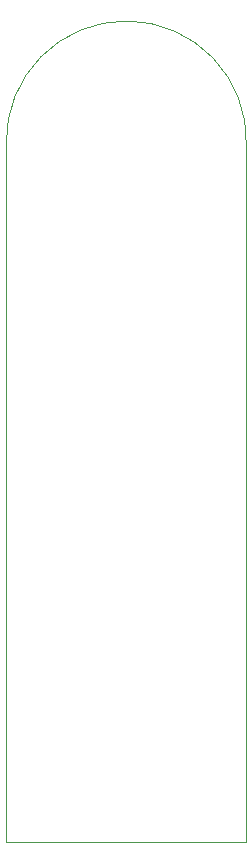
<source format=gbr>
G04 #@! TF.GenerationSoftware,KiCad,Pcbnew,(5.1.9)-1*
G04 #@! TF.CreationDate,2021-03-01T14:13:03+01:00*
G04 #@! TF.ProjectId,button v2_1 - AA [TPL5110],62757474-6f6e-4207-9632-5f31202d2041,rev?*
G04 #@! TF.SameCoordinates,Original*
G04 #@! TF.FileFunction,Profile,NP*
%FSLAX46Y46*%
G04 Gerber Fmt 4.6, Leading zero omitted, Abs format (unit mm)*
G04 Created by KiCad (PCBNEW (5.1.9)-1) date 2021-03-01 14:13:03*
%MOMM*%
%LPD*%
G01*
G04 APERTURE LIST*
G04 #@! TA.AperFunction,Profile*
%ADD10C,0.050000*%
G04 #@! TD*
G04 APERTURE END LIST*
D10*
X137121900Y-113512600D02*
X116801900Y-113512600D01*
X116798824Y-54329378D02*
X116801900Y-113512600D01*
X137121900Y-54508400D02*
X137121900Y-113512600D01*
X116798824Y-54329378D02*
G75*
G02*
X137121900Y-54508400I10163882J176578D01*
G01*
M02*

</source>
